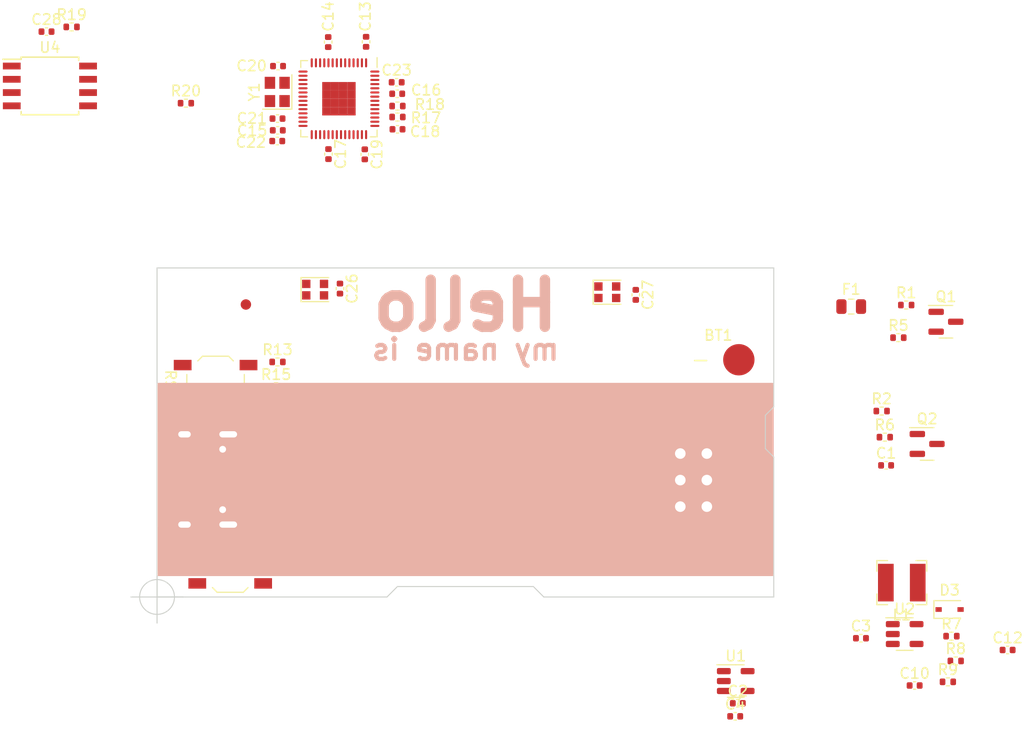
<source format=kicad_pcb>
(kicad_pcb (version 20211014) (generator pcbnew)
  (layers (0 "F.Cu" signal) (31 "B.Cu" signal) (34 "B.Paste" user) (35 "F.Paste" user) (36 "B.SilkS" user "B.Silkscreen") (37 "F.SilkS" user "F.Silkscreen") (38 "B.Mask" user) (39 "F.Mask" user) (44 "Edge.Cuts" user))
  (net 0 "")
  (net 1 "Net-(BT1-Pad1)")
  (net 2 "-BATT")
  (net 3 "Net-(C1-Pad1)")
  (net 4 "VBUS")
  (net 5 "GND")
  (net 6 "VCC")
  (net 7 "+3V3")
  (net 8 "Net-(C7-Pad2)")
  (net 9 "Net-(C8-Pad1)")
  (net 10 "Net-(C8-Pad2)")
  (net 11 "Net-(C9-Pad1)")
  (net 12 "Net-(C9-Pad2)")
  (net 13 "Net-(C10-Pad2)")
  (net 14 "Net-(C11-Pad2)")
  (net 15 "Net-(C16-Pad1)")
  (net 16 "Net-(C20-Pad2)")
  (net 17 "Net-(C21-Pad2)")
  (net 18 "Net-(D1-Pad1)")
  (net 19 "/PAGE2/GPIO21")
  (net 20 "Net-(D2-Pad1)")
  (net 21 "Net-(D3-Pad2)")
  (net 22 "Net-(D4-Pad1)")
  (net 23 "/PAGE2/WS2812_DOUT")
  (net 24 "+BATT")
  (net 26 "Net-(J1-PadA5)")
  (net 27 "/PAGE2/USB_D-")
  (net 28 "/PAGE2/USB_D+")
  (net 30 "Net-(J1-PadB5)")
  (net 32 "/PAGE2/GPIO15")
  (net 33 "/PAGE2/I2C0_SCL")
  (net 34 "/PAGE2/I2C0_SDA")
  (net 35 "Net-(J2-Pad26)")
  (net 36 "/PAGE2/GPIO22")
  (net 37 "Net-(Q1-Pad1)")
  (net 38 "Net-(Q2-Pad1)")
  (net 39 "Net-(R2-Pad1)")
  (net 40 "Net-(R7-Pad2)")
  (net 41 "/PAGE2/~{RESET}")
  (net 42 "/PAGE2/GPIO19")
  (net 43 "/PAGE2/GPIO20")
  (net 44 "/PAGE2/D-")
  (net 45 "/PAGE2/D+")
  (net 46 "/PAGE2/~{QSPI_CS}")
  (net 47 "/PAGE2/USBBOOT")
  (net 50 "/PAGE2/GPIO0")
  (net 51 "/PAGE2/GPIO1")
  (net 52 "/PAGE2/GPIO2")
  (net 53 "/PAGE2/GPIO3")
  (net 54 "/PAGE2/GPIO4")
  (net 55 "/PAGE2/GPIO5")
  (net 56 "/PAGE2/GPIO6")
  (net 57 "/PAGE2/GPIO7")
  (net 58 "/PAGE2/GPIO8")
  (net 59 "/PAGE2/GPIO9")
  (net 60 "/PAGE2/GPIO10")
  (net 61 "/PAGE2/GPIO11")
  (net 62 "/PAGE2/GPIO12")
  (net 63 "/PAGE2/GPIO13")
  (net 64 "/PAGE2/GPIO14")
  (net 65 "/PAGE2/SWCLK")
  (net 66 "/PAGE2/SWDIO")
  (net 67 "/PAGE2/GPIO18")
  (net 68 "/PAGE2/GPIO23")
  (net 69 "/PAGE2/GPIO24")
  (net 70 "/PAGE2/GPIO25")
  (net 71 "/PAGE2/GPIO26")
  (net 72 "/PAGE2/GPIO27")
  (net 73 "/PAGE2/GPIO28")
  (net 74 "/PAGE2/GPIO29")
  (net 75 "/PAGE2/QSPI_SD3")
  (net 76 "/PAGE2/QSPI_SCLK")
  (net 77 "/PAGE2/QSPI_SD0")
  (net 78 "/PAGE2/QSPI_SD2")
  (net 79 "/PAGE2/QSPI_SD1")
  (footprint "Capacitor_SMD:C_0402_1005Metric" (layer "F.Cu") (at 122.48 158.475)
    (fp_text reference "C10" (at 0 -1.16) (layer "F.SilkS"))
    (fp_text value "3.3p")
    (pad "1" smd roundrect (at -0.48 0) (size 0.56 0.62) (layers "F.Cu" "F.Paste" "F.Mask") (net 7 "+3V3"))
    (pad "2" smd roundrect (at 0.48 0) (size 0.56 0.62) (layers "F.Cu" "F.Paste" "F.Mask") (net 13 "Net-(C10-Pad2)"))
  )
  (footprint "Resistor_SMD:R_0402_1005Metric" (layer "F.Cu") (at 125.66 158.125)
    (fp_text reference "R9" (at 0 -1.17) (layer "F.SilkS"))
    (fp_text value "150k")
    (pad "1" smd roundrect (at -0.51 0) (size 0.54 0.64) (layers "F.Cu" "F.Paste" "F.Mask") (net 13 "Net-(C10-Pad2)"))
    (pad "2" smd roundrect (at 0.51 0) (size 0.54 0.64) (layers "F.Cu" "F.Paste" "F.Mask") (net 5 "GND"))
  )
  (footprint "Package_SO:SOIC-8W_5.3x5.3mm_P1.27mm" (layer "F.Cu") (at 39.75 101.075)
    (fp_text reference "U4" (at 0 -3.68) (layer "F.SilkS"))
    (fp_text value "W25Q64JV")
    (pad "1" smd rect (at -3.65 -1.905) (size 1.7 0.65) (layers "F.Cu" "F.Paste" "F.Mask") (net 46 "/PAGE2/~{QSPI_CS}"))
    (pad "2" smd rect (at -3.65 -0.635) (size 1.7 0.65) (layers "F.Cu" "F.Paste" "F.Mask") (net 79 "/PAGE2/QSPI_SD1"))
    (pad "3" smd rect (at -3.65 0.635) (size 1.7 0.65) (layers "F.Cu" "F.Paste" "F.Mask") (net 78 "/PAGE2/QSPI_SD2"))
    (pad "4" smd rect (at -3.65 1.905) (size 1.7 0.65) (layers "F.Cu" "F.Paste" "F.Mask") (net 5 "GND"))
    (pad "5" smd rect (at 3.65 1.905) (size 1.7 0.65) (layers "F.Cu" "F.Paste" "F.Mask") (net 77 "/PAGE2/QSPI_SD0"))
    (pad "6" smd rect (at 3.65 0.635) (size 1.7 0.65) (layers "F.Cu" "F.Paste" "F.Mask") (net 76 "/PAGE2/QSPI_SCLK"))
    (pad "7" smd rect (at 3.65 -0.635) (size 1.7 0.65) (layers "F.Cu" "F.Paste" "F.Mask") (net 75 "/PAGE2/QSPI_SD3"))
    (pad "8" smd rect (at 3.65 -1.905) (size 1.7 0.65) (layers "F.Cu" "F.Paste" "F.Mask") (net 7 "+3V3"))
  )
  (footprint "Resistor_SMD:R_0402_1005Metric" (layer "F.Cu") (at 72.1 136.15)
    (fp_text reference "R10" (at 0 -1.17) (layer "F.SilkS"))
    (fp_text value "330k")
    (pad "1" smd roundrect (at -0.51 0) (size 0.54 0.64) (layers "F.Cu" "F.Paste" "F.Mask") (net 5 "GND"))
    (pad "2" smd roundrect (at 0.51 0) (size 0.54 0.64) (layers "F.Cu" "F.Paste" "F.Mask") (net 35 "Net-(J2-Pad26)"))
  )
  (footprint "Capacitor_SMD:C_0402_1005Metric" (layer "F.Cu") (at 61.55 105.325 180)
    (fp_text reference "C15" (at 2.45 -0.025) (layer "F.SilkS"))
    (fp_text value "0.1u")
    (pad "1" smd roundrect (at -0.48 0 180) (size 0.56 0.62) (layers "F.Cu" "F.Paste" "F.Mask") (net 7 "+3V3"))
    (pad "2" smd roundrect (at 0.48 0 180) (size 0.56 0.62) (layers "F.Cu" "F.Paste" "F.Mask") (net 5 "GND"))
  )
  (footprint "Capacitor_SMD:C_0402_1005Metric" (layer "F.Cu") (at 117.345 153.95)
    (fp_text reference "C3" (at 0 -1.16) (layer "F.SilkS"))
    (fp_text value "4.7u")
    (pad "1" smd roundrect (at -0.48 0) (size 0.56 0.62) (layers "F.Cu" "F.Paste" "F.Mask") (net 6 "VCC"))
    (pad "2" smd roundrect (at 0.48 0) (size 0.56 0.62) (layers "F.Cu" "F.Paste" "F.Mask") (net 5 "GND"))
  )
  (footprint "ftp:USB-C-16p" (layer "F.Cu") (at 57.7225 138.75 -90)
    (fp_text reference "J1" hide)
    (fp_text value "USB_C_Receptacle_USB2.0")
    (pad "" np_thru_hole circle locked (at -2.89 1.445 270) (size 0.65 0.65) (drill 0.65) (layers *.Cu *.Mask))
    (pad "" np_thru_hole circle locked (at 2.89 1.445 270) (size 0.65 0.65) (drill 0.65) (layers *.Cu *.Mask))
    (pad "A1" smd rect locked (at -3.2 0 270) (size 0.6 1.45) (layers "F.Cu" "F.Paste" "F.Mask") (net 5 "GND"))
    (pad "A4" smd rect locked (at -2.4 0 270) (size 0.6 1.45) (layers "F.Cu" "F.Paste" "F.Mask") (net 4 "VBUS"))
    (pad "A5" smd rect locked (at -1.25 0 270) (size 0.3 1.45) (layers "F.Cu" "F.Paste" "F.Mask") (net 26 "Net-(J1-PadA5)"))
    (pad "A6" smd rect locked (at -0.25 0 270) (size 0.3 1.45) (layers "F.Cu" "F.Paste" "F.Mask") (net 28 "/PAGE2/USB_D+"))
    (pad "A7" smd rect locked (at 0.25 0 270) (size 0.3 1.45) (layers "F.Cu" "F.Paste" "F.Mask") (net 27 "/PAGE2/USB_D-"))
    (pad "A8" smd rect locked (at 1.25 0 270) (size 0.3 1.45) (layers "F.Cu" "F.Paste" "F.Mask"))
    (pad "B1" smd rect locked (at 3.2 0 270) (size 0.6 1.45) (layers "F.Cu" "F.Paste" "F.Mask") (net 5 "GND"))
    (pad "B4" smd rect locked (at 2.4 0 270) (size 0.6 1.45) (layers "F.Cu" "F.Paste" "F.Mask") (net 4 "VBUS"))
    (pad "B5" smd rect locked (at 1.75 0 270) (size 0.3 1.45) (layers "F.Cu" "F.Paste" "F.Mask") (net 30 "Net-(J1-PadB5)"))
    (pad "B6" smd rect locked (at 0.75 0 270) (size 0.3 1.45) (layers "F.Cu" "F.Paste" "F.Mask") (net 28 "/PAGE2/USB_D+"))
    (pad "B7" smd rect locked (at -0.75 0 270) (size 0.3 1.45) (layers "F.Cu" "F.Paste" "F.Mask") (net 27 "/PAGE2/USB_D-"))
    (pad "B8" smd rect locked (at -1.75 0 270) (size 0.3 1.45) (layers "F.Cu" "F.Paste" "F.Mask"))
    (pad "S1" thru_hole oval locked (at 4.32 5.095 270) (size 1 1.6) (drill oval 0.6 1.2) (layers *.Cu *.Mask) (net 5 "GND"))
    (pad "S1" thru_hole oval locked (at 4.32 0.915 270) (size 1 2.1) (drill oval 0.6 1.7) (layers *.Cu *.Mask) (net 5 "GND"))
    (pad "S1" thru_hole oval locked (at -4.32 0.915 270) (size 1 2.1) (drill oval 0.6 1.7) (layers *.Cu *.Mask) (net 5 "GND"))
    (pad "S1" thru_hole oval locked (at -4.32 5.095 270) (size 1 1.6) (drill oval 0.6 1.2) (layers *.Cu *.Mask) (net 5 "GND"))
  )
  (footprint "Fuse:Fuse_0805_2012Metric" (layer "F.Cu") (at 116.4125 122.2)
    (fp_text reference "F1" (at 0 -1.65) (layer "F.SilkS"))
    (fp_text value "24V 500mA PTC")
    (pad "1" smd roundrect (at -0.9375 0) (size 0.975 1.4) (layers "F.Cu" "F.Paste" "F.Mask") (net 1 "Net-(BT1-Pad1)"))
    (pad "2" smd roundrect (at 0.9375 0) (size 0.975 1.4) (layers "F.Cu" "F.Paste" "F.Mask") (net 24 "+BATT"))
  )
  (footprint "Package_TO_SOT_SMD:SOT-23-5" (layer "F.Cu") (at 121.525 153.55)
    (fp_text reference "U2" (at 0 -2.4) (layer "F.SilkS"))
    (fp_text value "TPS61040DBV")
    (pad "1" smd roundrect (at -1.1375 -0.95) (size 1.325 0.6) (layers "F.Cu" "F.Paste" "F.Mask") (net 21 "Net-(D3-Pad2)"))
    (pad "2" smd roundrect (at -1.1375 0) (size 1.325 0.6) (layers "F.Cu" "F.Paste" "F.Mask") (net 5 "GND"))
    (pad "3" smd roundrect (at -1.1375 0.95) (size 1.325 0.6) (layers "F.Cu" "F.Paste" "F.Mask") (net 13 "Net-(C10-Pad2)"))
    (pad "4" smd roundrect (at 1.1375 0.95) (size 1.325 0.6) (layers "F.Cu" "F.Paste" "F.Mask") (net 6 "VCC"))
    (pad "5" smd roundrect (at 1.1375 -0.95) (size 1.325 0.6) (layers "F.Cu" "F.Paste" "F.Mask") (net 6 "VCC"))
  )
  (footprint "Package_TO_SOT_SMD:SOT-23-5" (layer "F.Cu") (at 105.3625 158.05)
    (fp_text reference "U1" (at 0 -2.4) (layer "F.SilkS"))
    (fp_text value "RT9080-33GJ5")
    (pad "1" smd roundrect (at -1.1375 -0.95) (size 1.325 0.6) (layers "F.Cu" "F.Paste" "F.Mask") (net 4 "VBUS"))
    (pad "2" smd roundrect (at -1.1375 0) (size 1.325 0.6) (layers "F.Cu" "F.Paste" "F.Mask") (net 5 "GND"))
    (pad "3" smd roundrect (at -1.1375 0.95) (size 1.325 0.6) (layers "F.Cu" "F.Paste" "F.Mask") (net 4 "VBUS"))
    (pad "4" smd roundrect (at 1.1375 0.95) (size 1.325 0.6) (layers "F.Cu" "F.Paste" "F.Mask"))
    (pad "5" smd roundrect (at 1.1375 -0.95) (size 1.325 0.6) (layers "F.Cu" "F.Paste" "F.Mask") (net 7 "+3V3"))
  )
  (footprint "Resistor_SMD:R_0402_1005Metric" (layer "F.Cu") (at 126 153.75)
    (fp_text reference "R7" (at 0 -1.17) (layer "F.SilkS"))
    (fp_text value "200k")
    (pad "1" smd roundrect (at -0.51 0) (size 0.54 0.64) (layers "F.Cu" "F.Paste" "F.Mask") (net 7 "+3V3"))
    (pad "2" smd roundrect (at 0.51 0) (size 0.54 0.64) (layers "F.Cu" "F.Paste" "F.Mask") (net 40 "Net-(R7-Pad2)"))
  )
  (footprint "Capacitor_SMD:C_0402_1005Metric" (layer "F.Cu") (at 80.495 137.15)
    (fp_text reference "C6" (at 0 -1.16) (layer "F.SilkS"))
    (fp_text value "1u")
    (pad "1" smd roundrect (at -0.48 0) (size 0.56 0.62) (layers "F.Cu" "F.Paste" "F.Mask") (net 7 "+3V3"))
    (pad "2" smd roundrect (at 0.48 0) (size 0.56 0.62) (layers "F.Cu" "F.Paste" "F.Mask") (net 5 "GND"))
  )
  (footprint "Capacitor_SMD:C_0402_1005Metric" (layer "F.Cu") (at 119.75 137.4)
    (fp_text reference "C1" (at 0 -1.16) (layer "F.SilkS"))
    (fp_text value "1u")
    (pad "1" smd roundrect (at -0.48 0) (size 0.56 0.62) (layers "F.Cu" "F.Paste" "F.Mask") (net 3 "Net-(C1-Pad1)"))
    (pad "2" smd roundrect (at 0.48 0) (size 0.56 0.62) (layers "F.Cu" "F.Paste" "F.Mask") (net 2 "-BATT"))
  )
  (footprint "Package_TO_SOT_SMD:SOT-23" (layer "F.Cu") (at 125.475 123.65)
    (fp_text reference "Q1" (at 0 -2.4) (layer "F.SilkS"))
    (fp_text value "AO3401A")
    (pad "1" smd roundrect (at -0.9375 -0.95) (size 1.475 0.6) (layers "F.Cu" "F.Paste" "F.Mask") (net 37 "Net-(Q1-Pad1)"))
    (pad "2" smd roundrect (at -0.9375 0.95) (size 1.475 0.6) (layers "F.Cu" "F.Paste" "F.Mask") (net 24 "+BATT"))
    (pad "3" smd roundrect (at 0.9375 0) (size 1.475 0.6) (layers "F.Cu" "F.Paste" "F.Mask") (net 6 "VCC"))
  )
  (footprint "Resistor_SMD:R_0402_1005Metric" (layer "F.Cu") (at 75.035 136.1)
    (fp_text reference "R12" (at 0 -1.17) (layer "F.SilkS"))
    (fp_text value "4.7k")
    (pad "1" smd roundrect (at -0.51 0) (size 0.54 0.64) (layers "F.Cu" "F.Paste" "F.Mask") (net 7 "+3V3"))
    (pad "2" smd roundrect (at 0.51 0) (size 0.54 0.64) (layers "F.Cu" "F.Paste" "F.Mask") (net 34 "/PAGE2/I2C0_SDA"))
  )
  (footprint "ftp:JLC_Tooling_Hole" (layer "F.Cu") (at 107.5 148.5)
    (fp_text reference "H1" hide)
    (fp_text value "Tooling_Hole_JLC")
    (pad "" np_thru_hole circle locked (at 0 0) (size 0 0) (drill 1.152) (layers F&B.Cu *.Mask) (clearance 0.498))
  )
  (footprint "Capacitor_SMD:C_0402_1005Metric" (layer "F.Cu") (at 105.3125 161.425)
    (fp_text reference "C4" (at 0 -1.16) (layer "F.SilkS"))
    (fp_text value "4.7u")
    (pad "1" smd roundrect (at -0.48 0) (size 0.56 0.62) (layers "F.Cu" "F.Paste" "F.Mask") (net 7 "+3V3"))
    (pad "2" smd roundrect (at 0.48 0) (size 0.56 0.62) (layers "F.Cu" "F.Paste" "F.Mask") (net 5 "GND"))
  )
  (footprint "Package_TO_SOT_SMD:SOT-23" (layer "F.Cu") (at 123.675 135.35)
    (fp_text reference "Q2" (at 0 -2.4) (layer "F.SilkS"))
    (fp_text value "AO3400A")
    (pad "1" smd roundrect (at -0.9375 -0.95) (size 1.475 0.6) (layers "F.Cu" "F.Paste" "F.Mask") (net 38 "Net-(Q2-Pad1)"))
    (pad "2" smd roundrect (at -0.9375 0.95) (size 1.475 0.6) (layers "F.Cu" "F.Paste" "F.Mask") (net 2 "-BATT"))
    (pad "3" smd roundrect (at 0.9375 0) (size 1.475 0.6) (layers "F.Cu" "F.Paste" "F.Mask") (net 5 "GND"))
  )
  (footprint "Capacitor_SMD:C_0402_1005Metric" (layer "F.Cu") (at 61.5 106.35 180)
    (fp_text reference "C22" (at 2.525 -0.125) (layer "F.SilkS"))
    (fp_text value "1u")
    (pad "1" smd roundrect (at -0.48 0 180) (size 0.56 0.62) (layers "F.Cu" "F.Paste" "F.Mask") (net 15 "Net-(C16-Pad1)"))
    (pad "2" smd roundrect (at 0.48 0 180) (size 0.56 0.62) (layers "F.Cu" "F.Paste" "F.Mask") (net 5 "GND"))
  )
  (footprint "Capacitor_SMD:C_0402_1005Metric" (layer "F.Cu") (at 131.375 155.075)
    (fp_text reference "C12" (at 0 -1.16) (layer "F.SilkS"))
    (fp_text value "1u")
    (pad "1" smd roundrect (at -0.48 0) (size 0.56 0.62) (layers "F.Cu" "F.Paste" "F.Mask") (net 7 "+3V3"))
    (pad "2" smd roundrect (at 0.48 0) (size 0.56 0.62) (layers "F.Cu" "F.Paste" "F.Mask") (net 5 "GND"))
  )
  (footprint "Capacitor_SMD:C_0402_1005Metric" (layer "F.Cu") (at 70.37 138.4)
    (fp_text reference "C7" (at 0 -1.16) (layer "F.SilkS"))
    (fp_text value "2.2u")
    (pad "1" smd roundrect (at -0.48 0) (size 0.56 0.62) (layers "F.Cu" "F.Paste" "F.Mask") (net 5 "GND"))
    (pad "2" smd roundrect (at 0.48 0) (size 0.56 0.62) (layers "F.Cu" "F.Paste" "F.Mask") (net 8 "Net-(C7-Pad2)"))
  )
  (footprint "Fiducial:Fiducial_1mm_Mask2mm" (layer "F.Cu") (at 58.5 122)
    (fp_text reference "FID1" hide)
    (fp_text value "Fiducial")
    (pad "" smd circle locked (at 0 0) (size 1 1) (layers "F.Cu" "F.Mask") (clearance 0.5))
  )
  (footprint "Diode_SMD:D_SOD-323" (layer "F.Cu") (at 125.825 151.2)
    (fp_text reference "D3" (at 0 -1.85) (layer "F.SilkS"))
    (fp_text value "1N5819WS")
    (pad "1" smd rect (at -1.05 0) (size 0.6 0.45) (layers "F.Cu" "F.Paste" "F.Mask") (net 7 "+3V3"))
    (pad "2" smd rect (at 1.05 0) (size 0.6 0.45) (layers "F.Cu" "F.Paste" "F.Mask") (net 21 "Net-(D3-Pad2)"))
  )
  (footprint "Capacitor_SMD:C_0402_1005Metric" (layer "F.Cu") (at 61.575 99.175 180)
    (fp_text reference "C20" (at 2.53 0.025) (layer "F.SilkS"))
    (fp_text value "12p")
    (pad "1" smd roundrect (at -0.48 0 180) (size 0.56 0.62) (layers "F.Cu" "F.Paste" "F.Mask") (net 5 "GND"))
    (pad "2" smd roundrect (at 0.48 0 180) (size 0.56 0.62) (layers "F.Cu" "F.Paste" "F.Mask") (net 16 "Net-(C20-Pad2)"))
  )
  (footprint "Capacitor_SMD:C_0402_1005Metric" (layer "F.Cu") (at 105.5625 160.175)
    (fp_text reference "C2" (at 0 -1.16) (layer "F.SilkS"))
    (fp_text value "4.7u")
    (pad "1" smd roundrect (at -0.48 0) (size 0.56 0.62) (layers "F.Cu" "F.Paste" "F.Mask") (net 4 "VBUS"))
    (pad "2" smd roundrect (at 0.48 0) (size 0.56 0.62) (layers "F.Cu" "F.Paste" "F.Mask") (net 5 "GND"))
  )
  (footprint "ftp:BatteryHolder_MPD_BC2AAPC_2xAA_mod-SMD" (layer "F.Cu") (at 79.5 134.25)
    (fp_text reference "BT1" (at 24.2 -9.3 180) (layer "F.SilkS"))
    (fp_text value "AAx2")
    (fp_text user "+" (at -21.25 6.13 180) (layer "F.SilkS") (effects (font (size 1.5 1.5))))
    (fp_text user "-" (at 22.5 -7 180) (layer "F.SilkS") (effects (font (size 1.5 1.5))))
    (pad "1" smd circle locked (at 26.16 6.63 180) (size 3 3) (layers "F.Cu" "F.Paste" "F.Mask") (net 1 "Net-(BT1-Pad1)"))
    (pad "2" smd circle locked (at 26.16 -6.96 180) (size 3 3) (layers "F.Cu" "F.Paste" "F.Mask") (net 2 "-BATT"))
  )
  (footprint "Capacitor_SMD:C_0402_1005Metric" (layer "F.Cu") (at 66.4 107.6 -90)
    (fp_text reference "C17" (at 0 -1.16 90) (layer "F.SilkS"))
    (fp_text value "0.1u")
    (pad "1" smd roundrect (at -0.48 0 270) (size 0.56 0.62) (layers "F.Cu" "F.Paste" "F.Mask") (net 7 "+3V3"))
    (pad "2" smd roundrect (at 0.48 0 270) (size 0.56 0.62) (layers "F.Cu" "F.Paste" "F.Mask") (net 5 "GND"))
  )
  (footprint "Resistor_SMD:R_0402_1005Metric" (layer "F.Cu") (at 61.525 127.5)
    (fp_text reference "R13" (at 0 -1.17) (layer "F.SilkS"))
    (fp_text value "10k")
    (pad "1" smd roundrect (at -0.51 0) (size 0.54 0.64) (layers "F.Cu" "F.Paste" "F.Mask") (net 7 "+3V3"))
    (pad "2" smd roundrect (at 0.51 0) (size 0.54 0.64) (layers "F.Cu" "F.Paste" "F.Mask") (net 41 "/PAGE2/~{RESET}"))
  )
  (footprint "Capacitor_SMD:C_0402_1005Metric" (layer "F.Cu") (at 95.8 121.075 -90)
    (fp_text reference "C27" (at 0 -1.16 90) (layer "F.SilkS"))
    (fp_text value "1u")
    (pad "1" smd roundrect (at -0.48 0 270) (size 0.56 0.62) (layers "F.Cu" "F.Paste" "F.Mask") (net 7 "+3V3"))
    (pad "2" smd roundrect (at 0.48 0 270) (size 0.56 0.62) (layers "F.Cu" "F.Paste" "F.Mask") (net 5 "GND"))
  )
  (footprint "Resistor_SMD:R_0402_1005Metric" (layer "F.Cu") (at 80.535 135.925)
    (fp_text reference "R14" (at 0 -1.17) (layer "F.SilkS"))
    (fp_text value "10k")
    (pad "1" smd roundrect (at -0.51 0) (size 0.54 0.64) (layers "F.Cu" "F.Paste" "F.Mask") (net 7 "+3V3"))
    (pad "2" smd roundrect (at 0.51 0) (size 0.54 0.64) (layers "F.Cu" "F.Paste" "F.Mask") (net 32 "/PAGE2/GPIO15"))
  )
  (footprint "ftp:QFN-56_EP_7x7_Pitch0.4mm" (layer "F.Cu") (at 67.4 102.3 -90)
    (fp_text reference "U3" hide)
    (fp_text value "RP2040")
    (pad "1" smd oval (at -3.4375 -2.6) (size 0.2 0.875) (layers "F.Cu" "F.Paste" "F.Mask") (net 7 "+3V3"))
    (pad "2" smd oval (at -3.4375 -2.2) (size 0.2 0.875) (layers "F.Cu" "F.Paste" "F.Mask") (net 50 "/PAGE2/GPIO0"))
    (pad "3" smd oval (at -3.4375 -1.8) (size 0.2 0.875) (layers "F.Cu" "F.Paste" "F.Mask") (net 51 "/PAGE2/GPIO1"))
    (pad "4" smd oval (at -3.4375 -1.4) (size 0.2 0.875) (layers "F.Cu" "F.Paste" "F.Mask") (net 52 "/PAGE2/GPIO2"))
    (pad "5" smd oval (at -3.4375 -1) (size 0.2 0.875) (layers "F.Cu" "F.Paste" "F.Mask") (net 53 "/PAGE2/GPIO3"))
    (pad "6" smd oval (at -3.4375 -0.6) (size 0.2 0.875) (layers "F.Cu" "F.Paste" "F.Mask") (net 54 "/PAGE2/GPIO4"))
    (pad "7" smd oval (at -3.4375 -0.2) (size 0.2 0.875) (layers "F.Cu" "F.Paste" "F.Mask") (net 55 "/PAGE2/GPIO5"))
    (pad "8" smd oval (at -3.4375 0.2) (size 0.2 0.875) (layers "F.Cu" "F.Paste" "F.Mask") (net 56 "/PAGE2/GPIO6"))
    (pad "9" smd oval (at -3.4375 0.6) (size 0.2 0.875) (layers "F.Cu" "F.Paste" "F.Mask") (net 57 "/PAGE2/GPIO7"))
    (pad "10" smd oval (at -3.4375 1) (size 0.2 0.875) (layers "F.Cu" "F.Paste" "F.Mask") (net 7 "+3V3"))
    (pad "11" smd oval (at -3.4375 1.4) (size 0.2 0.875) (layers "F.Cu" "F.Paste" "F.Mask") (net 58 "/PAGE2/GPIO8"))
    (pad "12" smd oval (at -3.4375 1.8) (size 0.2 0.875) (layers "F.Cu" "F.Paste" "F.Mask") (net 59 "/PAGE2/GPIO9"))
    (pad "13" smd oval (at -3.4375 2.2) (size 0.2 0.875) (layers "F.Cu" "F.Paste" "F.Mask") (net 60 "/PAGE2/GPIO10"))
    (pad "14" smd oval (at -3.4375 2.6) (size 0.2 0.875) (layers "F.Cu" "F.Paste" "F.Mask") (net 61 "/PAGE2/GPIO11"))
    (pad "15" smd oval (at -2.6 3.4375 270) (size 0.2 0.875) (layers "F.Cu" "F.Paste" "F.Mask") (net 62 "/PAGE2/GPIO12"))
    (pad "16" smd oval (at -2.2 3.4375 270) (size 0.2 0.875) (layers "F.Cu" "F.Paste" "F.Mask") (net 63 "/PAGE2/GPIO13"))
    (pad "17" smd oval (at -1.8 3.4375 270) (size 0.2 0.875) (layers "F.Cu" "F.Paste" "F.Mask") (net 64 "/PAGE2/GPIO14"))
    (pad "18" smd oval (at -1.4 3.4375 270) (size 0.2 0.875) (layers "F.Cu" "F.Paste" "F.Mask") (net 32 "/PAGE2/GPIO15"))
    (pad "19" smd oval (at -1 3.4375 270) (size 0.2 0.875) (layers "F.Cu" "F.Paste" "F.Mask") (net 5 "GND"))
    (pad "20" smd oval (at -0.6 3.4375 270) (size 0.2 0.875) (layers "F.Cu" "F.Paste" "F.Mask") (net 16 "Net-(C20-Pad2)"))
    (pad "21" smd oval (at -0.2 3.4375 270) (size 0.2 0.875) (layers "F.Cu" "F.Paste" "F.Mask") (net 17 "Net-(C21-Pad2)"))
    (pad "22" smd oval (at 0.2 3.4375 270) (size 0.2 0.875) (layers "F.Cu" "F.Paste" "F.Mask") (net 7 "+3V3"))
    (pad "23" smd oval (at 0.6 3.4375 270) (size 0.2 0.875) (layers "F.Cu" "F.Paste" "F.Mask") (net 15 "Net-(C16-Pad1)"))
    (pad "24" smd oval (at 1 3.4375 270) (size 0.2 0.875) (layers "F.Cu" "F.Paste" "F.Mask") (net 65 "/PAGE2/SWCLK"))
    (pad "25" smd oval (at 1.4 3.4375 270) (size 0.2 0.875) (layers "F.Cu" "F.Paste" "F.Mask") (net 66 "/PAGE2/SWDIO"))
    (pad "26" smd oval (at 1.8 3.4375 270) (size 0.2 0.875) (layers "F.Cu" "F.Paste" "F.Mask") (net 41 "/PAGE2/~{RESET}"))
    (pad "27" smd oval (at 2.2 3.4375 270) (size 0.2 0.875) (layers "F.Cu" "F.Paste" "F.Mask") (net 34 "/PAGE2/I2C0_SDA"))
    (pad "28" smd oval (at 2.6 3.4375 270) (size 0.2 0.875) (layers "F.Cu" "F.Paste" "F.Mask") (net 33 "/PAGE2/I2C0_SCL"))
    (pad "29" smd oval (at 3.4375 2.6) (size 0.2 0.875) (layers "F.Cu" "F.Paste" "F.Mask") (net 67 "/PAGE2/GPIO18"))
    (pad "30" smd oval (at 3.4375 2.2) (size 0.2 0.875) (layers "F.Cu" "F.Paste" "F.Mask") (net 42 "/PAGE2/GPIO19"))
    (pad "31" smd oval (at 3.4375 1.8) (size 0.2 0.875) (layers "F.Cu" "F.Paste" "F.Mask") (net 43 "/PAGE2/GPIO20"))
    (pad "32" smd oval (at 3.4375 1.4) (size 0.2 0.875) (layers "F.Cu" "F.Paste" "F.Mask") (net 19 "/PAGE2/GPIO21"))
    (pad "33" smd oval (at 3.4375 1) (size 0.2 0.875) (layers "F.Cu" "F.Paste" "F.Mask") (net 7 "+3V3"))
    (pad "34" smd oval (at 3.4375 0.6) (size 0.2 0.875) (layers "F.Cu" "F.Paste" "F.Mask") (net 36 "/PAGE2/GPIO22"))
    (pad "35" smd oval (at 3.4375 0.2) (size 0.2 0.875) (layers "F.Cu" "F.Paste" "F.Mask") (net 68 "/PAGE2/GPIO23"))
    (pad "36" smd oval (at 3.4375 -0.2) (size 0.2 0.875) (layers "F.Cu" "F.Paste" "F.Mask") (net 69 "/PAGE2/GPIO24"))
    (pad "37" smd oval (at 3.4375 -0.6) (size 0.2 0.875) (layers "F.Cu" "F.Paste" "F.Mask") (net 70 "/PAGE2/GPIO25"))
    (pad "38" smd oval (at 3.4375 -1) (size 0.2 0.875) (layers "F.Cu" "F.Paste" "F.Mask") (net 71 "/PAGE2/GPIO26"))
    (pad "39" smd oval (at 3.4375 -1.4) (size 0.2 0.875) (layers "F.Cu" "F.Paste" "F.Mask") (net 72 "/PAGE2/GPIO27"))
    (pad "40" smd oval (at 3.4375 -1.8) (size 0.2 0.875) (layers "F.Cu" "F.Paste" "F.Mask") (net 73 "/PAGE2/GPIO28"))
    (pad "41" smd oval (at 3.4375 -2.2) (size 0.2 0.875) (layers "F.Cu" "F.Paste" "F.Mask") (net 74 "/PAGE2/GPIO29"))
    (pad "42" smd oval (at 3.4375 -2.6) (size 0.2 0.875) (layers "F.Cu" "F.Paste" "F.Mask") (net 7 "+3V3"))
    (pad "43" smd oval (at 2.6 -3.4375 270) (size 0.2 0.875) (layers "F.Cu" "F.Paste" "F.Mask") (net 7 "+3V3"))
    (pad "44" smd oval (at 2.2 -3.4375 270) (size 0.2 0.875) (layers "F.Cu" "F.Paste" "F.Mask") (net 7 "+3V3"))
    (pad "45" smd oval (at 1.8 -3.4375 270) (size 0.2 0.875) (layers "F.Cu" "F.Paste" "F.Mask") (net 15 "Net-(C16-Pad1)"))
    (pad "46" smd oval (at 1.4 -3.4375 270) (size 0.2 0.875) (layers "F.Cu" "F.Paste" "F.Mask") (net 44 "/PAGE2/D-"))
    (pad "47" smd oval (at 1 -3.4375 270) (size 0.2 0.875) (layers "F.Cu" "F.Paste" "F.Mask") (net 45 "/PAGE2/D+"))
    (pad "48" smd oval (at 0.6 -3.4375 270) (size 0.2 0.875) (layers "F.Cu" "F.Paste" "F.Mask") (net 7 "+3V3"))
    (pad "49" smd oval (at 0.2 -3.4375 270) (size 0.2 0.875) (layers "F.Cu" "F.Paste" "F.Mask") (net 7 "+3V3"))
    (pad "50" smd oval (at -0.2 -3.4375 270) (size 0.2 0.875) (layers "F.Cu" "F.Paste" "F.Mask") (net 15 "Net-(C16-Pad1)"))
    (pad "51" smd oval (at -0.6 -3.4375 270) (size 0.2 0.875) (layers "F.Cu" "F.Paste" "F.Mask") (net 75 "/PAGE2/QSPI_SD3"))
    (pad "52" smd oval (at -1 -3.4375 270) (size 0.2 0.875) (layers "F.Cu" "F.Paste" "F.Mask") (net 76 "/PAGE2/QSPI_SCLK"))
    (pad "53" smd oval (at -1.4 -3.4375 270) (size 0.2 0.875) (layers "F.Cu" "F.Paste" "F.Mask") (net 77 "/PAGE2/QSPI_SD0"))
    (pad "54" smd oval (at -1.8 -3.4375 270) (size 0.2 0.875) (layers "F.Cu" "F.Paste" "F.Mask") (net 78 "/PAGE2/QSPI_SD2"))
    (pad "55" smd oval (at -2.2 -3.4375 270) (size 0.2 0.875) (layers "F.Cu" "F.Paste" "F.Mask") (net 79 "/PAGE2/QSPI_SD1"))
    (pad "56" smd oval (at -2.6 -3.4375 270) (size 0.2 0.875) (layers "F.Cu" "F.Paste" "F.Mask") (net 46 "/PAGE2/~{QSPI_CS}"))
    (pad "57" smd rect (at -0.4 1.2 270) (size 0.8 0.8) (layers "F.Cu" "F.Paste" "F.Mask") (net 5 "GND"))
    (pad "57" smd rect (at 1.2 -1.2 270) (size 0.8 0.8) (layers "F.Cu" "F.Paste" "F.Mask") (net 5 "GND"))
    (pad "57" smd rect (at -1.2 -1.2 270) (size 0.8 0.8) (layers "F.Cu" "F.Paste" "F.Mask") (net 5 "GND"))
    (pad "57" smd rect (at 0.4 -1.2 270) (size 0.8 0.8) (layers "F.Cu" "F.Paste" "F.Mask") (net 5 "GND"))
    (pad "57" smd rect (at 1.2 0.4 270) (size 0.8 0.8) (layers "F.Cu" "F.Paste" "F.Mask") (net 5 "GND"))
    (pad "57" smd rect (at 1.2 1.2 270) (size 0.8 0.8) (layers "F.Cu" "F.Paste" "F.Mask") (net 5 "GND"))
    (pad "57" smd rect (at 0.4 -0.4 270) (size 0.8 0.8) (layers "F.Cu" "F.Paste" "F.Mask") (net 5 "GND"))
    (pad "57" smd rect (at 0.4 0.4 270) (size 0.8 0.8) (layers "F.Cu" "F.Paste" "F.Mask") (net 5 "GND"))
    (pad "57" smd rect (at -0.4 -0.4 270) (size 0.8 0.8) (layers "F.Cu" "F.Paste" "F.Mask") (net 5 "GND"))
    (pad "57" smd rect (at -1.2 -0.4 270) (size 0.8 0.8) (layers "F.Cu" "F.Paste" "F.Mask") (net 5 "GND"))
    (pad "57" smd rect (at -1.2 0.4 270) (size 0.8 0.8) (layers "F.Cu" "F.Paste" "F.Mask") (net 5 "GND"))
    (pad "57" smd rect (at -0.4 0.4 270) (size 0.8 0.8) (layers "F.Cu" "F.Paste" "F.Mask") (net 5 "GND"))
    (pad "57" smd rect (at 0.4 1.2 270) (size 0.8 0.8) (layers "F.Cu" "F.Paste" "F.Mask") (net 5 "GND"))
    (pad "57" smd rect (at -0.4 -1.2 270) (size 0.8 0.8) (layers "F.Cu" "F.Paste" "F.Mask") (net 5 "GND"))
    (pad "57" smd rect (at -1.2 1.2 270) (size 0.8 0.8) (layers "F.Cu" "F.Paste" "F.Mask") (net 5 "GND"))
    (pad "57" smd rect (at 1.2 -0.4 270) (size 0.8 0.8) (layers "F.Cu" "F.Paste" "F.Mask") (net 5 "GND"))
  )
  (footprint "ftp:JLC_Tooling_Hole" (layer "F.Cu") (at 51.5 148.5)
    (fp_text reference "H2" hide)
    (fp_text value "Tooling_Hole_JLC")
    (pad "" np_thru_hole circle locked (at 0 0) (size 0 0) (drill 1.152) (layers F&B.Cu *.Mask) (clearance 0.498))
  )
  (footprint "Display:OLED-128O064D" (layer "F.Cu") (at 79.5 140.555 180)
    (fp_text reference "J2" (at -0.35 2.1) (layer "F.SilkS"))
    (fp_text value "OLED")
    (pad "1" smd rect locked (at -10.15 0 180) (size 0.4 2) (layers "F.Cu" "F.Paste" "F.Mask") (net 5 "GND"))
    (pad "2" smd rect locked (at -9.45 0 180) (size 0.4 2) (layers "F.Cu" "F.Paste" "F.Mask") (net 10 "Net-(C8-Pad2)"))
    (pad "3" smd rect locked (at -8.75 0 180) (size 0.4 2) (layers "F.Cu" "F.Paste" "F.Mask") (net 9 "Net-(C8-Pad1)"))
    (pad "4" smd rect locked (at -8.05 0 180) (size 0.4 2) (layers "F.Cu" "F.Paste" "F.Mask") (net 12 "Net-(C9-Pad2)"))
    (pad "5" smd rect locked (at -7.35 0 180) (size 0.4 2) (layers "F.Cu" "F.Paste" "F.Mask") (net 11 "Net-(C9-Pad1)"))
    (pad "6" smd rect locked (at -6.65 0 180) (size 0.4 2) (layers "F.Cu" "F.Paste" "F.Mask") (net 7 "+3V3"))
    (pad "7" smd rect locked (at -5.95 0 180) (size 0.4 2) (layers "F.Cu" "F.Paste" "F.Mask"))
    (pad "8" smd rect locked (at -5.25 0 180) (size 0.4 2) (layers "F.Cu" "F.Paste" "F.Mask") (net 5 "GND"))
    (pad "9" smd rect locked (at -4.55 0 180) (size 0.4 2) (layers "F.Cu" "F.Paste" "F.Mask") (net 7 "+3V3"))
    (pad "10" smd rect locked (at -3.85 0 180) (size 0.4 2) (layers "F.Cu" "F.Paste" "F.Mask") (net 5 "GND"))
    (pad "11" smd rect locked (at -3.15 0 180) (size 0.4 2) (layers "F.Cu" "F.Paste" "F.Mask") (net 7 "+3V3"))
    (pad "12" smd rect locked (at -2.45 0 180) (size 0.4 2) (layers "F.Cu" "F.Paste" "F.Mask") (net 5 "GND"))
    (pad "13" smd rect locked (at -1.75 0 180) (size 0.4 2) (layers "F.Cu" "F.Paste" "F.Mask") (net 5 "GND"))
    (pad "14" smd rect locked (at -1.05 0 180) (size 0.4 2) (layers "F.Cu" "F.Paste" "F.Mask") (net 32 "/PAGE2/GPIO15"))
    (pad "15" smd rect locked (at -0.35 0 180) (size 0.4 2) (layers "F.Cu" "F.Paste" "F.Mask") (net 5 "GND"))
    (pad "16" smd rect locked (at 0.35 0 180) (size 0.4 2) (layers "F.Cu" "F.Paste" "F.Mask") (net 5 "GND"))
    (pad "17" smd rect locked (at 1.05 0 180) (size 0.4 2) (layers "F.Cu" "F.Paste" "F.Mask") (net 5 "GND"))
    (pad "18" smd rect locked (at 1.75 0 180) (size 0.4 2) (layers "F.Cu" "F.Paste" "F.Mask") (net 33 "/PAGE2/I2C0_SCL"))
    (pad "19" smd rect locked (at 2.45 0 180) (size 0.4 2) (layers "F.Cu" "F.Paste" "F.Mask") (net 34 "/PAGE2/I2C0_SDA"))
    (pad "20" smd rect locked (at 3.15 0 180) (size 0.4 2) (layers "F.Cu" "F.Paste" "F.Mask") (net 34 "/PAGE2/I2C0_SDA"))
    (pad "21" smd rect locked (at 3.85 0 180) (size 0.4 2) (layers "F.Cu" "F.Paste" "F.Mask") (net 5 "GND"))
    (pad "22" smd rect locked (at 4.55 0 180) (size 0.4 2) (layers "F.Cu" "F.Paste" "F.Mask") (net 5 "GND"))
    (pad "23" smd rect locked (at 5.25 0 180) (size 0.4 2) (layers "F.Cu" "F.Paste" "F.Mask") (net 5 "GND"))
    (pad "24" smd rect locked (at 5.95 0 180) (size 0.4 2) (layers "F.Cu" "F.Paste" "F.Mask") (net 5 "GND"))
    (pad "25" smd rect locked (at 6.65 0 180) (size 0.4 2) (layers "F.Cu" "F.Paste" "F.Mask") (net 5 "GND"))
    (pad "26" smd rect locked (at 7.35 0 180) (size 0.4 2) (layers "F.Cu" "F.Paste" "F.Mask") (net 35 "Net-(J2-Pad26)"))
    (pad "27" smd rect locked (at 8.05 0 180) (size 0.4 2) (layers "F.Cu" "F.Paste" "F.Mask") (net 8 "Net-(C7-Pad2)"))
    (pad "28" smd rect locked (at 8.75 0 180) (size 0.4 2) (layers "F.Cu" "F.Paste" "F.Mask") (net 14 "Net-(C11-Pad2)"))
    (pad "29" smd rect locked (at 9.45 0 180) (size 0.4 2) (layers "F.Cu" "F.Paste" "F.Mask") (net 5 "GND"))
    (pad "30" smd rect locked (at 10.15 0 180) (size 0.4 2) (layers "F.Cu" "F.Paste" "F.Mask") (net 5 "GND"))
  )
  (footprint "Resistor_SMD:R_0402_1005Metric" (layer "F.Cu") (at 52.76 102.725)
    (fp_text reference "R20" (at 0 -1.17) (layer "F.SilkS"))
    (fp_text value "1k")
    (pad "1" smd roundrect (at -0.51 0) (size 0.54 0.64) (layers "F.Cu" "F.Paste" "F.Mask") (net 47 "/PAGE2/USBBOOT"))
    (pad "2" smd roundrect (at 0.51 0) (size 0.54 0.64) (layers "F.Cu" "F.Paste" "F.Mask") (net 46 "/PAGE2/~{QSPI_CS}"))
  )
  (footprint "Fiducial:Fiducial_1mm_Mask2mm" (layer "F.Cu") (at 100.5 146.5)
    (fp_text reference "FID2" hide)
    (fp_text value "Fiducial")
    (pad "" smd circle locked (at 0 0) (size 1 1) (layers "F.Cu" "F.Mask") (clearance 0.5))
  )
  (footprint "Resistor_SMD:R_0402_1005Metric" (layer "F.Cu") (at 121.675 122.05)
    (fp_text reference "R1" (at 0 -1.17) (layer "F.SilkS"))
    (fp_text value "10k")
    (pad "1" smd roundrect (at -0.51 0) (size 0.54 0.64) (layers "F.Cu" "F.Paste" "F.Mask") (net 4 "VBUS"))
    (pad "2" smd roundrect (at 0.51 0) (size 0.54 0.64) (layers "F.Cu" "F.Paste" "F.Mask") (net 5 "GND"))
  )
  (footprint "MountingHole:MountingHole_3.2mm_M3" (layer "F.Cu") (at 53.5 122)
    (fp_text reference "H5" hide)
    (fp_text value "Tooling_Hole_JLC")
    (pad "" np_thru_hole circle locked (at 0 0) (size 3.2 3.2) (drill 3.2) (layers *.Cu *.Mask))
  )
  (footprint "Capacitor_SMD:C_0402_1005Metric" (layer "F.Cu") (at 66.375 96.875 90)
    (fp_text reference "C14" (at 2.45 0 90) (layer "F.SilkS"))
    (fp_text value "0.1u")
    (pad "1" smd roundrect (at -0.48 0 90) (size 0.56 0.62) (layers "F.Cu" "F.Paste" "F.Mask") (net 7 "+3V3"))
    (pad "2" smd roundrect (at 0.48 0 90) (size 0.56 0.62) (layers "F.Cu" "F.Paste" "F.Mask") (net 5 "GND"))
  )
  (footprint "ftp:JLC_Tooling_Hole" (layer "F.Cu") (at 58 120)
    (fp_text reference "H3" hide)
    (fp_text value "Tooling_Hole_JLC")
    (pad "" np_thru_hole circle locked (at 0 0) (size 0 0) (drill 1.152) (layers F&B.Cu *.Mask) (clearance 0.498))
  )
  (footprint "MountingHole:MountingHole_3.2mm_M3" (layer "F.Cu") (at 105.5 122)
    (fp_text reference "H6" hide)
    (fp_text value "Tooling_Hole_JLC")
    (pad "" np_thru_hole circle locked (at 0 0) (size 3.2 3.2) (drill 3.2) (layers *.Cu *.Mask))
  )
  (footprint "ftp:JLC_Tooling_Hole" (layer "F.Cu") (at 101 120)
    (fp_text reference "H4" hide)
    (fp_text value "Tooling_Hole_JLC")
    (pad "" np_thru_hole circle locked (at 0 0) (size 0 0) (drill 1.152) (layers F&B.Cu *.Mask) (clearance 0.498))
  )
  (footprint "Inductor_SMD:L_Bourns-SRN4018" (layer "F.Cu") (at 121.25 148.625)
    (fp_text reference "L1" (at 0 3.1) (layer "F.SilkS"))
    (fp_text value "3.3u")
    (pad "1" smd rect (at -1.525 0) (size 1.5 3.6) (layers "F.Cu" "F.Paste" "F.Mask") (net 6 "VCC"))
    (pad "2" smd rect (at 1.525 0) (size 1.5 3.6) (layers "F.Cu" "F.Paste" "F.Mask") (net 21 "Net-(D3-Pad2)"))
  )
  (footprint "Resistor_SMD:R_0402_1005Metric" (layer "F.Cu") (at 73 103 180)
    (fp_text reference "R18" (at -3.1 0.15) (layer "F.SilkS"))
    (fp_text value "22")
    (pad "1" smd roundrect (at -0.51 0 180) (size 0.54 0.64) (layers "F.Cu" "F.Paste" "F.Mask") (net 28 "/PAGE2/USB_D+"))
    (pad "2" smd roundrect (at 0.51 0 180) (size 0.54 0.64) (layers "F.Cu" "F.Paste" "F.Mask") (net 45 "/PAGE2/D+"))
  )
  (footprint "Button_Switch_SMD:SW_SPST_TL3342" (layer "F.Cu") (at 55.6 129.7 180)
    (fp_text reference "SW2" (at 0 -3.75) (layer "F.SilkS"))
    (fp_text value "TS-1187A-B-A-B")
    (pad "1" smd rect (at 3.15 -1.9 180) (size 1.7 1) (layers "F.Cu" "F.Paste" "F.Mask") (net 5 "GND"))
    (pad "1" smd rect (at -3.15 -1.9 180) (size 1.7 1) (layers "F.Cu" "F.Paste" "F.Mask") (net 5 "GND"))
    (pad "2" smd rect (at 3.15 1.9 180) (size 1.7 1) (layers "F.Cu" "F.Paste" "F.Mask") (net 41 "/PAGE2/~{RESET}"))
    (pad "2" smd rect (at -3.15 1.9 180) (size 1.7 1) (layers "F.Cu" "F.Paste" "F.Mask") (net 41 "/PAGE2/~{RESET}"))
  )
  (footprint "Resistor_SMD:R_0402_1005Metric" (layer "F.Cu") (at 120.925 125.175)
    (fp_text reference "R5" (at 0 -1.17) (layer "F.SilkS"))
    (fp_text value "1k")
    (pad "1" smd roundrect (at -0.51 0) (size 0.54 0.64) (layers "F.Cu" "F.Paste" "F.Mask") (net 4 "VBUS"))
    (pad "2" smd roundrect (at 0.51 0) (size 0.54 0.64) (layers "F.Cu" "F.Paste" "F.Mask") (net 37 "Net-(Q1-Pad1)"))
  )
  (footprint "Capacitor_SMD:C_0402_1005Metric" (layer "F.Cu") (at 77.35 137.025)
    (fp_text reference "C5" (at 0 -1.16) (layer "F.SilkS"))
    (fp_text value "1u")
    (pad "1" smd roundrect (at -0.48 0) (size 0.56 0.62) (layers "F.Cu" "F.Paste" "F.Mask") (net 7 "+3V3"))
    (pad "2" smd roundrect (at 0.48 0) (size 0.56 0.62) (layers "F.Cu" "F.Paste" "F.Mask") (net 5 "GND"))
  )
  (footprint "Resistor_SMD:R_0402_1005Metric" (layer "F.Cu") (at 60.135 140.325)
    (fp_text reference "R4" (at 0 -1.17) (layer "F.SilkS"))
    (fp_text value "56k")
    (pad "1" smd roundrect (at -0.51 0) (size 0.54 0.64) (layers "F.Cu" "F.Paste" "F.Mask") (net 30 "Net-(J1-PadB5)"))
    (pad "2" smd roundrect (at 0.51 0) (size 0.54 0.64) (layers "F.Cu" "F.Paste" "F.Mask") (net 5 "GND"))
  )
  (footprint "Capacitor_SMD:C_0402_1005Metric" (layer "F.Cu") (at 69.875 107.625 -90)
    (fp_text reference "C19" (at 0 -1.16 90) (layer "F.SilkS"))
    (fp_text value "0.1u")
    (pad "1" smd roundrect (at -0.48 0 270) (size 0.56 0.62) (layers "F.Cu" "F.Paste" "F.Mask") (net 7 "+3V3"))
    (pad "2" smd roundrect (at 0.48 0 270) (size 0.56 0.62) (layers "F.Cu" "F.Paste" "F.Mask") (net 5 "GND"))
  )
  (footprint "Capacitor_SMD:C_0402_1005Metric" (layer "F.Cu") (at 67.5 120.475 -90)
    (fp_text reference "C26" (at 0 -1.16 90) (layer "F.SilkS"))
    (fp_text value "1u")
    (pad "1" smd roundrect (at -0.48 0 270) (size 0.56 0.62) (layers "F.Cu" "F.Paste" "F.Mask") (net 7 "+3V3"))
    (pad "2" smd roundrect (at 0.48 0 270) (size 0.56 0.62) (layers "F.Cu" "F.Paste" "F.Mask") (net 5 "GND"))
  )
  (footprint "Crystal:Crystal_SMD_2520-4Pin_2.5x2.0mm" (layer "F.Cu") (at 61.5 101.65 90)
    (fp_text reference "Y1" (at 0 -2.2 90) (layer "F.SilkS"))
    (fp_text value "XYDBPCNANF-12MHZ")
    (pad "1" smd rect (at -0.875 0.7 90) (size 1.15 1) (layers "F.Cu" "F.Paste" "F.Mask") (net 17 "Net-(C21-Pad2)"))
    (pad "2" smd rect (at 0.875 0.7 90) (size 1.15 1) (layers "F.Cu" "F.Paste" "F.Mask") (net 5 "GND"))
    (pad "3" smd rect (at 0.875 -0.7 90) (size 1.15 1) (layers "F.Cu" "F.Paste" "F.Mask") (net 16 "Net-(C20-Pad2)"))
    (pad "4" smd rect (at -0.875 -0.7 90) (size 1.15 1) (layers "F.Cu" "F.Paste" "F.Mask") (net 5 "GND"))
  )
  (footprint "ftp:SSSS811101" (layer "F.Cu") (at 106.75 134.2 90)
    (fp_text reference "SW1" (at 0.55 -3.25 90 unlocked) (layer "F.SilkS"))
    (fp_text value "SSSS811101")
    (pad "" smd rect locked (at 3.65 -1 90) (size 1 0.8) (layers "F.Cu" "F.Paste" "F.Mask"))
    (pad "" np_thru_hole circle locked (at -1.5 0 90) (size 0 0) (drill 0.9) (layers F&B.Cu *.Mask))
    (pad "" smd rect locked (at 3.65 1 90) (size 1 0.8) (layers "F.Cu" "F.Paste" "F.Mask"))
    (pad "" smd rect locked (at -3.65 -1 90) (size 1 0.8) (layers "F.Cu" "F.Paste" "F.Mask"))
    (pad "" np_thru_hole circle locked (at 1.5 0 90) (size 0 0) (drill 0.9) (layers F&B.Cu *.Mask))
    (pad "" smd rect locked (at -3.65 1 90) (size 1 0.8) (layers "F.Cu" "F.Paste" "F.Mask"))
    (pad "1" smd rect locked (at -2.25 -1.75 90) (size 0.7 1.5) (layers "F.Cu" "F.Paste" "F.Mask"))
    (pad "2" smd rect locked (at 0.75 -1.75 90) (size 0.7 1.5) (layers "F.Cu" "F.Paste" "F.Mask") (net 39 "Net-(R2-Pad1)"))
    (pad "3" smd rect locked (at 2.25 -1.75 90) (size 0.7 1.5) (layers "F.Cu" "F.Paste" "F.Mask") (net 24 "+BATT"))
  )
  (footprint "Capacitor_SMD:C_0402_1005Metric" (layer "F.Cu") (at 71.925 137.55)
    (fp_text reference "C11" (at 0 -1.16) (layer "F.SilkS"))
    (fp_text value "4.7u")
    (pad "1" smd roundrect (at -0.48 0) (size 0.56 0.62) (layers "F.Cu" "F.Paste" "F.Mask") (net 5 "GND"))
    (pad "2" smd roundrect (at 0.48 0) (size 0.56 0.62) (layers "F.Cu" "F.Paste" "F.Mask") (net 14 "Net-(C11-Pad2)"))
  )
  (footprint "Resistor_SMD:R_0402_1005Metric" (layer "F.Cu") (at 119.625 134.7)
    (fp_text reference "R6" (at 0 -1.17) (layer "F.SilkS"))
    (fp_text value "1k")
    (pad "1" smd roundrect (at -0.51 0) (size 0.54 0.64) (layers "F.Cu" "F.Paste" "F.Mask") (net 3 "Net-(C1-Pad1)"))
    (pad "2" smd roundrect (at 0.51 0) (size 0.54 0.64) (layers "F.Cu" "F.Paste" "F.Mask") (net 38 "Net-(Q2-Pad1)"))
  )
  (footprint "Capacitor_SMD:C_0402_1005Metric" (layer "F.Cu") (at 61.525 104.2)
    (fp_text reference "C21" (at -2.45 -0.025) (layer "F.SilkS"))
    (fp_text value "12p")
    (pad "1" smd roundrect (at -0.48 0) (size 0.56 0.62) (layers "F.Cu" "F.Paste" "F.Mask") (net 5 "GND"))
    (pad "2" smd roundrect (at 0.48 0) (size 0.56 0.62) (layers "F.Cu" "F.Paste" "F.Mask") (net 17 "Net-(C21-Pad2)"))
  )
  (footprint "Capacitor_SMD:C_0402_1005Metric" (layer "F.Cu") (at 70 96.85 90)
    (fp_text reference "C13" (at 2.425 -0.075 90) (layer "F.SilkS"))
    (fp_text value "0.1u")
    (pad "1" smd roundrect (at -0.48 0 90) (size 0.56 0.62) (layers "F.Cu" "F.Paste" "F.Mask") (net 7 "+3V3"))
    (pad "2" smd roundrect (at 0.48 0 90) (size 0.56 0.62) (layers "F.Cu" "F.Paste" "F.Mask") (net 5 "GND"))
  )
  (footprint "Resistor_SMD:R_0402_1005Metric" (layer "F.Cu") (at 73 104.05 180)
    (fp_text reference "R17" (at -2.725 -0.075) (layer "F.SilkS"))
    (fp_text value "22")
    (pad "1" smd roundrect (at -0.51 0 180) (size 0.54 0.64) (layers "F.Cu" "F.Paste" "F.Mask") (net 27 "/PAGE2/USB_D-"))
    (pad "2" smd roundrect (at 0.51 0 180) (size 0.54 0.64) (layers "F.Cu" "F.Paste" "F.Mask") (net 44 "/PAGE2/D-"))
  )
  (footprint "Capacitor_SMD:C_0402_1005Metric" (layer "F.Cu") (at 85.68 137.3)
    (fp_text reference "C9" (at 0 -1.16) (layer "F.SilkS"))
    (fp_text value "1u")
    (pad "1" smd roundrect (at -0.48 0) (size 0.56 0.62) (layers "F.Cu" "F.Paste" "F.Mask") (net 11 "Net-(C9-Pad1)"))
    (pad "2" smd roundrect (at 0.48 0) (size 0.56 0.62) (layers "F.Cu" "F.Paste" "F.Mask") (net 12 "Net-(C9-Pad2)"))
  )
  (footprint "Capacitor_SMD:C_0402_1005Metric" (layer "F.Cu") (at 39.425 95.875)
    (fp_text reference "C28" (at 0 -1.16) (layer "F.SilkS"))
    (fp_text value "1u")
    (pad "1" smd roundrect (at -0.48 0) (size 0.56 0.62) (layers "F.Cu" "F.Paste" "F.Mask") (net 7 "+3V3"))
    (pad "2" smd roundrect (at 0.48 0) (size 0.56 0.62) (layers "F.Cu" "F.Paste" "F.Mask") (net 5 "GND"))
  )
  (footprint "Resistor_SMD:R_0402_1005Metric" (layer "F.Cu") (at 74.835 137.5)
    (fp_text reference "R11" (at 0 -1.17) (layer "F.SilkS"))
    (fp_text value "4.7k")
    (pad "1" smd roundrect (at -0.51 0) (size 0.54 0.64) (layers "F.Cu" "F.Paste" "F.Mask") (net 7 "+3V3"))
    (pad "2" smd roundrect (at 0.51 0) (size 0.54 0.64) (layers "F.Cu" "F.Paste" "F.Mask") (net 33 "/PAGE2/I2C0_SCL"))
  )
  (footprint "Resistor_SMD:R_0402_1005Metric" (layer "F.Cu") (at 126.41 156.125)
    (fp_text reference "R8" (at 0 -1.17) (layer "F.SilkS"))
    (fp_text value "51k")
    (pad "1" smd roundrect (at -0.51 0) (size 0.54 0.64) (layers "F.Cu" "F.Paste" "F.Mask") (net 40 "Net-(R7-Pad2)"))
    (pad "2" smd roundrect (at 0.51 0) (size 0.54 0.64) (layers "F.Cu" "F.Paste" "F.Mask") (net 13 "Net-(C10-Pad2)"))
  )
  (footprint "ftp:WS2812B-2020" (layer "F.Cu") (at 93.075 120.825)
    (fp_text reference "D5" hide)
    (fp_text value "WS2812B-2020" hide)
    (pad "1" smd rect (at -0.85 -0.55) (size 0.8 0.8) (layers "F.Cu" "F.Paste" "F.Mask") (net 23 "/PAGE2/WS2812_DOUT"))
    (pad "2" smd rect (at -0.85 0.55) (size 0.8 0.8) (layers "F.Cu" "F.Paste" "F.Mask") (net 5 "GND"))
    (pad "3" smd rect (at 0.85 0.55) (size 0.8 0.8) (layers "F.Cu" "F.Paste" "F.Mask") (net 22 "Net-(D4-Pad1)"))
    (pad "4" smd rect (at 0.85 -0.55) (size 0.8 0.8) (layers "F.Cu" "F.Paste" "F.Mask") (net 7 "+3V3"))
  )
  (footprint "Resistor_SMD:R_0402_1005Metric" (layer "F.Cu") (at 59.95 137.35)
    (fp_text reference "R3" (at 0 -1.17) (layer "F.SilkS"))
    (fp_text value "56k")
    (pad "1" smd roundrect (at -0.51 0) (size 0.54 0.64) (layers "F.Cu" "F.Paste" "F.Mask") (net 26 "Net-(J1-PadA5)"))
    (pad "2" smd roundrect (at 0.51 0) (size 0.54 0.64) (layers "F.Cu" "F.Paste" "F.Mask") (net 5 "GND"))
  )
  (footprint "Button_Switch_SMD:SW_SPST_TL3342" (layer "F.Cu") (at 57 146.8)
    (fp_text reference "SW3" (at 0 -3.75) (layer "F.SilkS"))
    (fp_text value "TS-1187A-B-A-B")
    (pad "1" smd rect (at 3.15 -1.9) (size 1.7 1) (layers "F.Cu" "F.Paste" "F.Mask") (net 5 "GND"))
    (pad "1" smd rect (at -3.15 -1.9) (size 1.7 1) (layers "F.Cu" "F.Paste" "F.Mask") (net 5 "GND"))
    (pad "2" smd rect (at 3.15 1.9) (size 1.7 1) (layers "F.Cu" "F.Paste" "F.Mask") (net 47 "/PAGE2/USBBOOT"))
    (pad "2" smd rect (at -3.15 1.9) (size 1.7 1) (layers "F.Cu" "F.Paste" "F.Mask") (net 47 "/PAGE2/USBBOOT"))
  )
  (footprint "Capacitor_SMD:C_0402_1005Metric" (layer "F.Cu") (at 73.005 105.225)
    (fp_text reference "C18" (at 2.645 0.225) (layer "F.SilkS"))
    (fp_text value "0.1u")
    (pad "1" smd roundrect (at -0.48 0) (size 0.56 0.62) (layers "F.Cu" "F.Paste" "F.Mask") (net 15 "Net-(C16-Pad1)"))
    (pad "2" smd roundrect (at 0.48 0) (size 0.56 0.62) (layers "F.Cu" "F.Paste" "F.Mask") (net 5 "GND"))
  )
  (footprint "Capacitor_SMD:C_0402_1005Metric" (layer "F.Cu") (at 87.725 136.35)
    (fp_text reference "C8" (at 0 -1.16) (layer "F.SilkS"))
    (fp_text value "1u")
    (pad "1" smd roundrect (at -0.48 0) (size 0.56 0.62) (layers "F.Cu" "F.Paste" "F.Mask") (net 9 "Net-(C8-Pad1)"))
    (pad "2" smd roundrect (at 0.48 0) (size 0.56 0.62) (layers "F.Cu" "F.Paste" "F.Mask") (net 10 "Net-(C8-Pad2)"))
  )
  (footprint "Capacitor_SMD:C_0402_1005Metric" (layer "F.Cu") (at 72.975 101.825 180)
    (fp_text reference "C16" (at -2.775 0.35) (layer "F.SilkS"))
    (fp_text value "0.1u")
    (pad "1" smd roundrect (at -0.48 0 180) (size 0.56 0.62) (layers "F.Cu" "F.Paste" "F.Mask") (net 15 "Net-(C16-Pad1)"))
    (pad "2" smd roundrect (at 0.48 0 180) (size 0.56 0.62) (layers "F.Cu" "F.Paste" "F.Mask") (net 5 "GND"))
  )
  (footprint "Resistor_SMD:R_0402_1005Metric" (layer "F.Cu") (at 119.325 132.2)
    (fp_text reference "R2" (at 0 -1.17) (layer "F.SilkS"))
    (fp_text value "10k")
    (pad "1" smd roundrect (at -0.51 0) (size 0.54 0.64) (layers "F.Cu" "F.Paste" "F.Mask") (net 39 "Net-(R2-Pad1)"))
    (pad "2" smd roundrect (at 0.51 0) (size 0.54 0.64) (layers "F.Cu" "F.Paste" "F.Mask") (net 3 "Net-(C1-Pad1)"))
  )
  (footprint "Resistor_SMD:R_0402_1005Metric" (layer "F.Cu") (at 41.825 95.425)
    (fp_text reference "R19" (at 0 -1.17) (layer "F.SilkS"))
    (fp_text value "10k")
    (pad "1" smd roundrect (at -0.51 0) (size 0.54 0.64) (layers "F.Cu" "F.Paste" "F.Mask") (net 7 "+3V3"))
    (pad "2" smd roundrect (at 0.51 0) (size 0.54 0.64) (layers "F.Cu" "F.Paste" "F.Mask") (net 46 "/PAGE2/~{QSPI_CS}"))
  )
  (footprint "Capacitor_SMD:C_0402_1005Metric" (layer "F.Cu") (at 64 134.75 -90)
    (fp_text reference "C24" (at 0 -1.16 90) (layer "F.SilkS"))
    (fp_text value "1u")
    (pad "1" smd roundrect (at -0.48 0 270) (size 0.56 0.62) (layers "F.Cu" "F.Paste" "F.Mask") (net 7 "+3V3"))
    (pad "2" smd roundrect (at 0.48 0 270) (size 0.56 0.62) (layers "F.Cu" "F.Paste" "F.Mask") (net 5 "GND"))
  )
  (footprint "Resistor_SMD:R_0402_1005Metric" (layer "F.Cu") (at 62.85 146.325)
    (fp_text reference "R16" (at 0 -1.17) (layer "F.SilkS"))
    (fp_text value "10k")
    (pad "1" smd roundrect (at -0.51 0) (size 0.54 0.64) (layers "F.Cu" "F.Paste" "F.Mask") (net 7 "+3V3"))
    (pad "2" smd roundrect (at 0.51 0) (size 0.54 0.64) (layers "F.Cu" "F.Paste" "F.Mask") (net 43 "/PAGE2/GPIO20"))
  )
  (footprint "Capacitor_SMD:C_0402_1005Metric" (layer "F.Cu") (at 72.925 100.725)
    (fp_text reference "C23" (at 0 -1.16) (layer "F.SilkS"))
    (fp_text value "1u")
    (pad "1" smd roundrect (at -0.48 0) (size 0.56 0.62) (layers "F.Cu" "F.Paste" "F.Mask") (net 7 "+3V3"))
    (pad "2" smd roundrect (at 0.48 0) (size 0.56 0.62) (layers "F.Cu" "F.Paste" "F.Mask") (net 5 "GND"))
  )
  (footprint "ftp:WS2812B-2020" (layer "F.Cu") (at 65.125 120.575)
    (fp_text reference "D4" hide)
    (fp_text value "WS2812B-2020" hide)
    (pad "1" smd rect (at -0.85 -0.55) (size 0.8 0.8) (layers "F.Cu" "F.Paste" "F.Mask") (net 22 "Net-(D4-Pad1)"))
    (pad "2" smd rect (at -0.85 0.55) (size 0.8 0.8) (layers "F.Cu" "F.Paste" "F.Mask") (net 5 "GND"))
    (pad "3" smd rect (at 0.85 0.55) (size 0.8 0.8) (layers "F.Cu" "F.Paste" "F.Mask") (net 20 "Net-(D2-Pad1)"))
    (pad "4" smd rect (at 0.85 -0.55) (size 0.8 0.8) (layers "F.Cu" "F.Paste" "F.Mask") (net 7 "+3V3"))
  )
  (footprint "Resistor_SMD:R_0402_1005Metric" (layer "F.Cu") (at 61.39 129.875)
    (fp_text reference "R15" (at 0 -1.17) (layer "F.SilkS"))
    (fp_text value "10k")
    (pad "1" smd roundrect (at -0.51 0) (size 0.54 0.64) (layers "F.Cu" "F.Paste" "F.Mask") (net 7 "+3V3"))
    (pad "2" smd roundrect (at 0.51 0) (size 0.54 0.64) (layers "F.Cu" "F.Paste" "F.Mask") (net 42 "/PAGE2/GPIO19"))
  )
  (footprint "Capacitor_SMD:C_0402_1005Metric" (layer "B.Cu") (at 64.175 140.375 -90)
    (fp_text reference "C25" (at 0 1.16 90) (layer "B.SilkS") (effects (justify mirror)))
    (fp_text value "1u")
    (pad "1" smd roundrect (at -0.48 0 270) (size 0.56 0.62) (layers "B.Cu" "B.Paste" "B.Mask") (net 7 "+3V3"))
    (pad "2" smd roundrect (at 0.48 0 270) (size 0.56 0.62) (layers "B.Cu" "B.Paste" "B.Mask") (net 5 "GND"))
  )
  (footprint "Button_Switch_SMD:SW_SPST_TL3342" (layer "B.Cu") (at 55.2 143.26 -90)
    (fp_text reference "SW5" (at 0 3.75 90) (layer "B.SilkS") (effects (justify mirror)))
    (fp_text value "TS-1187A-B-A-B")
    (pad "1" smd rect (at -3.15 1.9 270) (size 1.7 1) (layers "B.Cu" "B.Paste" "B.Mask") (net 5 "GND"))
    (pad "1" smd rect (at 3.15 1.9 270) (size 1.7 1) (layers "B.Cu" "B.Paste" "B.Mask") (net 5 "GND"))
    (pad "2" smd rect (at -3.15 -1.9 270) (size 1.7 1) (layers "B.Cu" "B.Paste" "B.Mask") (net 43 "/PAGE2/GPIO20"))
    (pad "2" smd rect (at 3.15 -1.9 270) (size 1.7 1) (layers "B.Cu" "B.Paste" "B.Mask") (net 43 "/PAGE2/GPIO20"))
  )
  (footprint "Button_Switch_SMD:SW_SPST_TL3342" (layer "B.Cu") (at 55.2 134.25 -90)
    (fp_text reference "SW4" (at 0 3.75 90) (layer "B.SilkS") (effects (justify mirror)))
    (fp_text value "TS-1187A-B-A-B")
    (pad "1" smd rect (at -3.15 1.9 270) (size 1.7 1) (layers "B.Cu" "B.Paste" "B.Mask") (net 5 "GND"))
    (pad "1" smd rect (at 3.15 1.9 270) (size 1.7 1) (layers "B.Cu" "B.Paste" "B.Mask") (net 5 "GND"))
    (pad "2" smd rect (at -3.15 -1.9 270) (size 1.7 1) (layers "B.Cu" "B.Paste" "B.Mask") (net 42 "/PAGE2/GPIO19"))
    (pad "2" smd rect (at 3.15 -1.9 270) (size 1.7 1) (layers "B.Cu" "B.Paste" "B.Mask") (net 42 "/PAGE2/GPIO19"))
  )
  (footprint "ftp:Badgelife-SAOv169-BADGE-2x3" (layer "B.Cu") (at 101.31 138.75 -90)
    (fp_text reference "P1" (at -4.4 0) (layer "F.SilkS"))
    (fp_text value "SAO 2x3 IDC")
    (fp_text user "VCC" (at -2.54 2.794 90) (layer "F.SilkS") (effects (font (size 0.75 0.75))))
    (fp_text user "GND" (at -2.54 -3.048 90) (layer "F.SilkS") (effects (font (size 0.75 0.75))))
    (fp_text user "GPIO1" (at 3.937 2.794 90) (layer "F.SilkS") (effects (font (size 0.75 0.75))))
    (fp_text user "SCL" (at 0 -3.048 90) (layer "F.SilkS") (effects (font (size 0.75 0.75))))
    (fp_text user "GPIO2" (at 3.937 -3.048 90) (layer "F.SilkS") (effects (font (size 0.75 0.75))))
    (fp_text user "SDA" (at 0 2.794 90) (layer "F.SilkS") (effects (font (size 0.75 0.75))))
    (pad "1" thru_hole oval (at -2.48 1.25) (size 1.7272 1.7272) (drill 1.016) (layers *.Cu *.Mask) (net 7 "+3V3"))
    (pad "2" thru_hole rect (at -2.48 -1.29) (size 1.7272 1.7272) (drill 1.016) (layers *.Cu *.Mask) (net 5 "GND"))
    (pad "3" thru_hole oval (at 0.06 1.25) (size 1.7272 1.7272) (drill 1.016) (layers *.Cu *.Mask) (net 34 "/PAGE2/I2C0_SDA"))
    (pad "4" thru_hole oval (at 0.06 -1.29) (size 1.7272 1.7272) (drill 1.016) (layers *.Cu *.Mask) (net 33 "/PAGE2/I2C0_SCL"))
    (pad "5" thru_hole circle (at 2.6 1.25) (size 1.7272 1.7272) (drill 1.016) (layers *.Cu *.Mask) (net 36 "/PAGE2/GPIO22"))
    (pad "6" thru_hole circle (at 2.6 -1.29) (size 1.7272 1.7272) (drill 1.016) (layers *.Cu *.Mask) (net 23 "/PAGE2/WS2812_DOUT"))
  )
  (footprint "ftp:WS2812B-2020" (layer "B.Cu") (at 63.35 140.1 180)
    (fp_text reference "D2" hide)
    (fp_text value "WS2812B-2020" hide)
    (pad "1" smd rect (at -0.85 0.55 180) (size 0.8 0.8) (layers "B.Cu" "B.Paste" "B.Mask") (net 20 "Net-(D2-Pad1)"))
    (pad "2" smd rect (at -0.85 -0.55 180) (size 0.8 0.8) (layers "B.Cu" "B.Paste" "B.Mask") (net 5 "GND"))
    (pad "3" smd rect (at 0.85 -0.55 180) (size 0.8 0.8) (layers "B.Cu" "B.Paste" "B.Mask") (net 18 "Net-(D1-Pad1)"))
    (pad "4" smd rect (at 0.85 0.55 180) (size 0.8 0.8) (layers "B.Cu" "B.Paste" "B.Mask") (net 7 "+3V3"))
  )
  (footprint "ftp:WS2812B-2020" (layer "B.Cu") (at 63.075 134.175 180)
    (fp_text reference "D1" hide)
    (fp_text value "WS2812B-2020" hide)
    (pad "1" smd rect (at -0.85 0.55 180) (size 0.8 0.8) (layers "B.Cu" "B.Paste" "B.Mask") (net 18 "Net-(D1-Pad1)"))
    (pad "2" smd rect (at -0.85 -0.55 180) (size 0.8 0.8) (layers "B.Cu" "B.Paste" "B.Mask") (net 5 "GND"))
    (pad "3" smd rect (at 0.85 -0.55 180) (size 0.8 0.8) (layers "B.Cu" "B.Paste" "B.Mask") (net 19 "/PAGE2/GPIO21"))
    (pad "4" smd rect (at 0.85 0.55 180) (size 0.8 0.8) (layers "B.Cu" "B.Paste" "B.Mask") (net 7 "+3V3"))
  )
  (gr_line locked (start 50 118.5) (end 50 150) (layer "Edge.Cuts") (width 0.1))
  (gr_line locked (start 73 149) (end 72 150) (layer "Edge.Cuts") (width 0.1))
  (gr_line locked (start 87 150) (end 109 150) (layer "Edge.Cuts") (width 0.1))
  (gr_line locked (start 86 149) (end 87 150) (layer "Edge.Cuts") (width 0.1))
  (gr_line locked (start 73 149) (end 86 149) (layer "Edge.Cuts") (width 0.1))
  (gr_line locked (start 108.2 132.6) (end 109 131.8) (layer "Edge.Cuts") (width 0.1))
  (gr_line locked (start 109 136.6) (end 109 150) (layer "Edge.Cuts") (width 0.1))
  (gr_line locked (start 109 118.5) (end 109 131.8) (layer "Edge.Cuts") (width 0.1))
  (gr_line locked (start 109 136.6) (end 108.2 135.8) (layer "Edge.Cuts") (width 0.1))
  (gr_line (start 109 118.5) (end 50 118.5) (layer "Edge.Cuts") (width 0.1))
  (gr_line (start 108.2 132.6) (end 108.2 135.8) (layer "Edge.Cuts") (width 0.1))
  (gr_line locked (start 72 150) (end 50 150) (layer "Edge.Cuts") (width 0.1))
  (gr_text "my name is" (at 79.5 126.3) (layer "B.SilkS") (effects (font (size 2 2) (thickness 0.4)) (justify mirror)))
  (gr_text "Hello" (at 79.5 122.1) (layer "B.SilkS") (effects (font (size 4.5 4.5) (thickness 1)) (justify mirror)))
  (gr_text "BOOT\n" (at 51.7 145.8 270) (layer "F.SilkS") (effects (font (size 1 1))))
  (gr_text "RST" (at 51.3 129.6 270) (layer "F.SilkS") (effects (font (size 1 1))))
  (target plus (at 50 150) (size 5) (width 0.1) (layer "Edge.Cuts"))
  (zone locked (net 0) (net_name "") (layer "B.SilkS") (connect_pads (clearance 0.508)) (min_thickness 0.254) (fill yes (thermal_gap 0.508) (thermal_bridge_width 0.508))
    (polygon (pts (xy 109 148) (xy 50 148) (xy 50 129.5) (xy 109 129.5)))
  )
)
</source>
